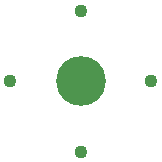
<source format=gbl>
G75*
G70*
%OFA0B0*%
%FSLAX24Y24*%
%IPPOS*%
%LPD*%
%AMOC8*
5,1,8,0,0,1.08239X$1,22.5*
%
%ADD10C,0.1660*%
%ADD11C,0.0436*%
D10*
X035551Y010151D03*
D11*
X033201Y010151D03*
X037901Y010151D03*
X035551Y007801D03*
X035551Y012501D03*
M02*

</source>
